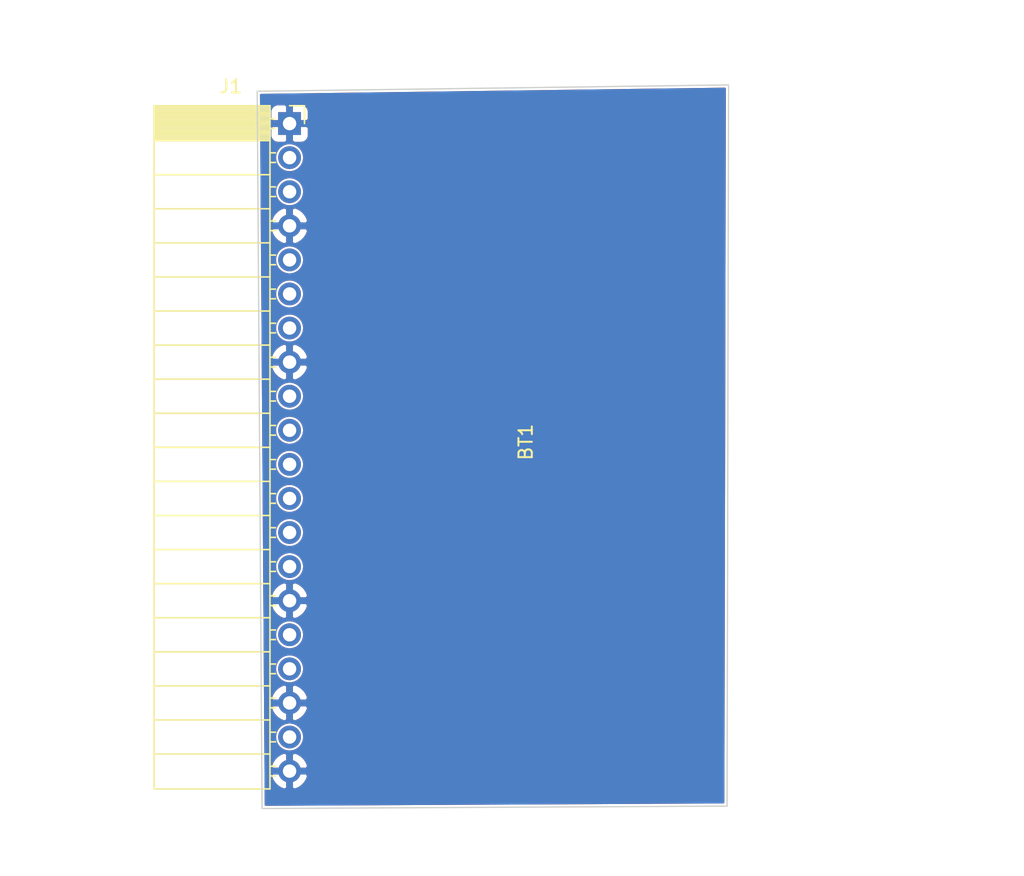
<source format=kicad_pcb>
(kicad_pcb (version 20171130) (host pcbnew 5.1.5+dfsg1-2+b1)

  (general
    (thickness 1.6)
    (drawings 4)
    (tracks 0)
    (zones 0)
    (modules 2)
    (nets 16)
  )

  (page A4)
  (layers
    (0 F.Cu signal)
    (31 B.Cu signal)
    (32 B.Adhes user)
    (33 F.Adhes user)
    (34 B.Paste user)
    (35 F.Paste user)
    (36 B.SilkS user)
    (37 F.SilkS user)
    (38 B.Mask user)
    (39 F.Mask user)
    (40 Dwgs.User user)
    (41 Cmts.User user)
    (42 Eco1.User user)
    (43 Eco2.User user)
    (44 Edge.Cuts user)
    (45 Margin user)
    (46 B.CrtYd user)
    (47 F.CrtYd user)
    (48 B.Fab user)
    (49 F.Fab user)
  )

  (setup
    (last_trace_width 0.15)
    (trace_clearance 0.15)
    (zone_clearance 0.508)
    (zone_45_only no)
    (trace_min 0.15)
    (via_size 0.5)
    (via_drill 0.25)
    (via_min_size 0.5)
    (via_min_drill 0.25)
    (uvia_size 0.3)
    (uvia_drill 0.1)
    (uvias_allowed no)
    (uvia_min_size 0.2)
    (uvia_min_drill 0.1)
    (edge_width 0.05)
    (segment_width 0.2)
    (pcb_text_width 0.3)
    (pcb_text_size 1.5 1.5)
    (mod_edge_width 0.12)
    (mod_text_size 1 1)
    (mod_text_width 0.15)
    (pad_size 1.524 1.524)
    (pad_drill 0.762)
    (pad_to_mask_clearance 0)
    (aux_axis_origin 0 0)
    (visible_elements FFFFFF7F)
    (pcbplotparams
      (layerselection 0x010fc_ffffffff)
      (usegerberextensions false)
      (usegerberattributes false)
      (usegerberadvancedattributes false)
      (creategerberjobfile false)
      (excludeedgelayer true)
      (linewidth 0.100000)
      (plotframeref false)
      (viasonmask false)
      (mode 1)
      (useauxorigin false)
      (hpglpennumber 1)
      (hpglpenspeed 20)
      (hpglpendiameter 15.000000)
      (psnegative false)
      (psa4output false)
      (plotreference true)
      (plotvalue true)
      (plotinvisibletext false)
      (padsonsilk false)
      (subtractmaskfromsilk false)
      (outputformat 1)
      (mirror false)
      (drillshape 1)
      (scaleselection 1)
      (outputdirectory ""))
  )

  (net 0 "")
  (net 1 "Net-(BT1-Pad2)")
  (net 2 "Net-(BT1-Pad1)")
  (net 3 "Net-(J1-Pad17)")
  (net 4 "Net-(J1-Pad16)")
  (net 5 "Net-(J1-Pad14)")
  (net 6 "Net-(J1-Pad13)")
  (net 7 "Net-(J1-Pad12)")
  (net 8 "Net-(J1-Pad11)")
  (net 9 "Net-(J1-Pad10)")
  (net 10 "Net-(J1-Pad9)")
  (net 11 "Net-(J1-Pad7)")
  (net 12 "Net-(J1-Pad6)")
  (net 13 "Net-(J1-Pad5)")
  (net 14 "Net-(J1-Pad3)")
  (net 15 "Net-(J1-Pad2)")

  (net_class Default "This is the default net class."
    (clearance 0.15)
    (trace_width 0.15)
    (via_dia 0.5)
    (via_drill 0.25)
    (uvia_dia 0.3)
    (uvia_drill 0.1)
    (add_net "Net-(BT1-Pad1)")
    (add_net "Net-(BT1-Pad2)")
    (add_net "Net-(J1-Pad10)")
    (add_net "Net-(J1-Pad11)")
    (add_net "Net-(J1-Pad12)")
    (add_net "Net-(J1-Pad13)")
    (add_net "Net-(J1-Pad14)")
    (add_net "Net-(J1-Pad16)")
    (add_net "Net-(J1-Pad17)")
    (add_net "Net-(J1-Pad2)")
    (add_net "Net-(J1-Pad3)")
    (add_net "Net-(J1-Pad5)")
    (add_net "Net-(J1-Pad6)")
    (add_net "Net-(J1-Pad7)")
    (add_net "Net-(J1-Pad9)")
  )

  (module kifootp:CR2032 (layer F.Cu) (tedit 5DCC7DE7) (tstamp 5EA7BA9C)
    (at 151.59 86.43 90)
    (path /5EA7607B)
    (fp_text reference BT1 (at 0 0.5 90) (layer F.SilkS)
      (effects (font (size 1 1) (thickness 0.15)))
    )
    (fp_text value Battery_Cell (at 0 -0.5 90) (layer F.Fab)
      (effects (font (size 1 1) (thickness 0.15)))
    )
    (pad 1 smd rect (at -11.45 0 90) (size 2.5 5) (layers F.Cu F.Paste F.Mask)
      (net 2 "Net-(BT1-Pad1)"))
    (pad 1 smd rect (at 11.45 0 90) (size 2.5 5) (layers F.Cu F.Paste F.Mask)
      (net 2 "Net-(BT1-Pad1)"))
    (pad 2 smd circle (at 0 0 90) (size 17.8 17.8) (layers F.Cu F.Paste F.Mask)
      (net 1 "Net-(BT1-Pad2)"))
  )

  (module Connector_PinSocket_2.54mm:PinSocket_1x20_P2.54mm_Horizontal (layer F.Cu) (tedit 5A19A41C) (tstamp 5EA7B396)
    (at 134.5 62.69)
    (descr "Through hole angled socket strip, 1x20, 2.54mm pitch, 8.51mm socket length, single row (from Kicad 4.0.7), script generated")
    (tags "Through hole angled socket strip THT 1x20 2.54mm single row")
    (path /5EA76675)
    (fp_text reference J1 (at -4.38 -2.77) (layer F.SilkS)
      (effects (font (size 1 1) (thickness 0.15)))
    )
    (fp_text value Conn_01x20_Male (at -4.38 51.03) (layer F.Fab)
      (effects (font (size 1 1) (thickness 0.15)))
    )
    (fp_text user %R (at -5.775 24.13 90) (layer F.Fab)
      (effects (font (size 1 1) (thickness 0.15)))
    )
    (fp_line (start 1.75 50.05) (end 1.75 -1.75) (layer F.CrtYd) (width 0.05))
    (fp_line (start -10.55 50.05) (end 1.75 50.05) (layer F.CrtYd) (width 0.05))
    (fp_line (start -10.55 -1.75) (end -10.55 50.05) (layer F.CrtYd) (width 0.05))
    (fp_line (start 1.75 -1.75) (end -10.55 -1.75) (layer F.CrtYd) (width 0.05))
    (fp_line (start 0 -1.33) (end 1.11 -1.33) (layer F.SilkS) (width 0.12))
    (fp_line (start 1.11 -1.33) (end 1.11 0) (layer F.SilkS) (width 0.12))
    (fp_line (start -10.09 -1.33) (end -10.09 49.59) (layer F.SilkS) (width 0.12))
    (fp_line (start -10.09 49.59) (end -1.46 49.59) (layer F.SilkS) (width 0.12))
    (fp_line (start -1.46 -1.33) (end -1.46 49.59) (layer F.SilkS) (width 0.12))
    (fp_line (start -10.09 -1.33) (end -1.46 -1.33) (layer F.SilkS) (width 0.12))
    (fp_line (start -10.09 46.99) (end -1.46 46.99) (layer F.SilkS) (width 0.12))
    (fp_line (start -10.09 44.45) (end -1.46 44.45) (layer F.SilkS) (width 0.12))
    (fp_line (start -10.09 41.91) (end -1.46 41.91) (layer F.SilkS) (width 0.12))
    (fp_line (start -10.09 39.37) (end -1.46 39.37) (layer F.SilkS) (width 0.12))
    (fp_line (start -10.09 36.83) (end -1.46 36.83) (layer F.SilkS) (width 0.12))
    (fp_line (start -10.09 34.29) (end -1.46 34.29) (layer F.SilkS) (width 0.12))
    (fp_line (start -10.09 31.75) (end -1.46 31.75) (layer F.SilkS) (width 0.12))
    (fp_line (start -10.09 29.21) (end -1.46 29.21) (layer F.SilkS) (width 0.12))
    (fp_line (start -10.09 26.67) (end -1.46 26.67) (layer F.SilkS) (width 0.12))
    (fp_line (start -10.09 24.13) (end -1.46 24.13) (layer F.SilkS) (width 0.12))
    (fp_line (start -10.09 21.59) (end -1.46 21.59) (layer F.SilkS) (width 0.12))
    (fp_line (start -10.09 19.05) (end -1.46 19.05) (layer F.SilkS) (width 0.12))
    (fp_line (start -10.09 16.51) (end -1.46 16.51) (layer F.SilkS) (width 0.12))
    (fp_line (start -10.09 13.97) (end -1.46 13.97) (layer F.SilkS) (width 0.12))
    (fp_line (start -10.09 11.43) (end -1.46 11.43) (layer F.SilkS) (width 0.12))
    (fp_line (start -10.09 8.89) (end -1.46 8.89) (layer F.SilkS) (width 0.12))
    (fp_line (start -10.09 6.35) (end -1.46 6.35) (layer F.SilkS) (width 0.12))
    (fp_line (start -10.09 3.81) (end -1.46 3.81) (layer F.SilkS) (width 0.12))
    (fp_line (start -10.09 1.27) (end -1.46 1.27) (layer F.SilkS) (width 0.12))
    (fp_line (start -1.46 48.62) (end -1.05 48.62) (layer F.SilkS) (width 0.12))
    (fp_line (start -1.46 47.9) (end -1.05 47.9) (layer F.SilkS) (width 0.12))
    (fp_line (start -1.46 46.08) (end -1.05 46.08) (layer F.SilkS) (width 0.12))
    (fp_line (start -1.46 45.36) (end -1.05 45.36) (layer F.SilkS) (width 0.12))
    (fp_line (start -1.46 43.54) (end -1.05 43.54) (layer F.SilkS) (width 0.12))
    (fp_line (start -1.46 42.82) (end -1.05 42.82) (layer F.SilkS) (width 0.12))
    (fp_line (start -1.46 41) (end -1.05 41) (layer F.SilkS) (width 0.12))
    (fp_line (start -1.46 40.28) (end -1.05 40.28) (layer F.SilkS) (width 0.12))
    (fp_line (start -1.46 38.46) (end -1.05 38.46) (layer F.SilkS) (width 0.12))
    (fp_line (start -1.46 37.74) (end -1.05 37.74) (layer F.SilkS) (width 0.12))
    (fp_line (start -1.46 35.92) (end -1.05 35.92) (layer F.SilkS) (width 0.12))
    (fp_line (start -1.46 35.2) (end -1.05 35.2) (layer F.SilkS) (width 0.12))
    (fp_line (start -1.46 33.38) (end -1.05 33.38) (layer F.SilkS) (width 0.12))
    (fp_line (start -1.46 32.66) (end -1.05 32.66) (layer F.SilkS) (width 0.12))
    (fp_line (start -1.46 30.84) (end -1.05 30.84) (layer F.SilkS) (width 0.12))
    (fp_line (start -1.46 30.12) (end -1.05 30.12) (layer F.SilkS) (width 0.12))
    (fp_line (start -1.46 28.3) (end -1.05 28.3) (layer F.SilkS) (width 0.12))
    (fp_line (start -1.46 27.58) (end -1.05 27.58) (layer F.SilkS) (width 0.12))
    (fp_line (start -1.46 25.76) (end -1.05 25.76) (layer F.SilkS) (width 0.12))
    (fp_line (start -1.46 25.04) (end -1.05 25.04) (layer F.SilkS) (width 0.12))
    (fp_line (start -1.46 23.22) (end -1.05 23.22) (layer F.SilkS) (width 0.12))
    (fp_line (start -1.46 22.5) (end -1.05 22.5) (layer F.SilkS) (width 0.12))
    (fp_line (start -1.46 20.68) (end -1.05 20.68) (layer F.SilkS) (width 0.12))
    (fp_line (start -1.46 19.96) (end -1.05 19.96) (layer F.SilkS) (width 0.12))
    (fp_line (start -1.46 18.14) (end -1.05 18.14) (layer F.SilkS) (width 0.12))
    (fp_line (start -1.46 17.42) (end -1.05 17.42) (layer F.SilkS) (width 0.12))
    (fp_line (start -1.46 15.6) (end -1.05 15.6) (layer F.SilkS) (width 0.12))
    (fp_line (start -1.46 14.88) (end -1.05 14.88) (layer F.SilkS) (width 0.12))
    (fp_line (start -1.46 13.06) (end -1.05 13.06) (layer F.SilkS) (width 0.12))
    (fp_line (start -1.46 12.34) (end -1.05 12.34) (layer F.SilkS) (width 0.12))
    (fp_line (start -1.46 10.52) (end -1.05 10.52) (layer F.SilkS) (width 0.12))
    (fp_line (start -1.46 9.8) (end -1.05 9.8) (layer F.SilkS) (width 0.12))
    (fp_line (start -1.46 7.98) (end -1.05 7.98) (layer F.SilkS) (width 0.12))
    (fp_line (start -1.46 7.26) (end -1.05 7.26) (layer F.SilkS) (width 0.12))
    (fp_line (start -1.46 5.44) (end -1.05 5.44) (layer F.SilkS) (width 0.12))
    (fp_line (start -1.46 4.72) (end -1.05 4.72) (layer F.SilkS) (width 0.12))
    (fp_line (start -1.46 2.9) (end -1.05 2.9) (layer F.SilkS) (width 0.12))
    (fp_line (start -1.46 2.18) (end -1.05 2.18) (layer F.SilkS) (width 0.12))
    (fp_line (start -1.46 0.36) (end -1.11 0.36) (layer F.SilkS) (width 0.12))
    (fp_line (start -1.46 -0.36) (end -1.11 -0.36) (layer F.SilkS) (width 0.12))
    (fp_line (start -10.09 1.1519) (end -1.46 1.1519) (layer F.SilkS) (width 0.12))
    (fp_line (start -10.09 1.033805) (end -1.46 1.033805) (layer F.SilkS) (width 0.12))
    (fp_line (start -10.09 0.91571) (end -1.46 0.91571) (layer F.SilkS) (width 0.12))
    (fp_line (start -10.09 0.797615) (end -1.46 0.797615) (layer F.SilkS) (width 0.12))
    (fp_line (start -10.09 0.67952) (end -1.46 0.67952) (layer F.SilkS) (width 0.12))
    (fp_line (start -10.09 0.561425) (end -1.46 0.561425) (layer F.SilkS) (width 0.12))
    (fp_line (start -10.09 0.44333) (end -1.46 0.44333) (layer F.SilkS) (width 0.12))
    (fp_line (start -10.09 0.325235) (end -1.46 0.325235) (layer F.SilkS) (width 0.12))
    (fp_line (start -10.09 0.20714) (end -1.46 0.20714) (layer F.SilkS) (width 0.12))
    (fp_line (start -10.09 0.089045) (end -1.46 0.089045) (layer F.SilkS) (width 0.12))
    (fp_line (start -10.09 -0.02905) (end -1.46 -0.02905) (layer F.SilkS) (width 0.12))
    (fp_line (start -10.09 -0.147145) (end -1.46 -0.147145) (layer F.SilkS) (width 0.12))
    (fp_line (start -10.09 -0.26524) (end -1.46 -0.26524) (layer F.SilkS) (width 0.12))
    (fp_line (start -10.09 -0.383335) (end -1.46 -0.383335) (layer F.SilkS) (width 0.12))
    (fp_line (start -10.09 -0.50143) (end -1.46 -0.50143) (layer F.SilkS) (width 0.12))
    (fp_line (start -10.09 -0.619525) (end -1.46 -0.619525) (layer F.SilkS) (width 0.12))
    (fp_line (start -10.09 -0.73762) (end -1.46 -0.73762) (layer F.SilkS) (width 0.12))
    (fp_line (start -10.09 -0.855715) (end -1.46 -0.855715) (layer F.SilkS) (width 0.12))
    (fp_line (start -10.09 -0.97381) (end -1.46 -0.97381) (layer F.SilkS) (width 0.12))
    (fp_line (start -10.09 -1.091905) (end -1.46 -1.091905) (layer F.SilkS) (width 0.12))
    (fp_line (start -10.09 -1.21) (end -1.46 -1.21) (layer F.SilkS) (width 0.12))
    (fp_line (start 0 48.56) (end 0 47.96) (layer F.Fab) (width 0.1))
    (fp_line (start -1.52 48.56) (end 0 48.56) (layer F.Fab) (width 0.1))
    (fp_line (start 0 47.96) (end -1.52 47.96) (layer F.Fab) (width 0.1))
    (fp_line (start 0 46.02) (end 0 45.42) (layer F.Fab) (width 0.1))
    (fp_line (start -1.52 46.02) (end 0 46.02) (layer F.Fab) (width 0.1))
    (fp_line (start 0 45.42) (end -1.52 45.42) (layer F.Fab) (width 0.1))
    (fp_line (start 0 43.48) (end 0 42.88) (layer F.Fab) (width 0.1))
    (fp_line (start -1.52 43.48) (end 0 43.48) (layer F.Fab) (width 0.1))
    (fp_line (start 0 42.88) (end -1.52 42.88) (layer F.Fab) (width 0.1))
    (fp_line (start 0 40.94) (end 0 40.34) (layer F.Fab) (width 0.1))
    (fp_line (start -1.52 40.94) (end 0 40.94) (layer F.Fab) (width 0.1))
    (fp_line (start 0 40.34) (end -1.52 40.34) (layer F.Fab) (width 0.1))
    (fp_line (start 0 38.4) (end 0 37.8) (layer F.Fab) (width 0.1))
    (fp_line (start -1.52 38.4) (end 0 38.4) (layer F.Fab) (width 0.1))
    (fp_line (start 0 37.8) (end -1.52 37.8) (layer F.Fab) (width 0.1))
    (fp_line (start 0 35.86) (end 0 35.26) (layer F.Fab) (width 0.1))
    (fp_line (start -1.52 35.86) (end 0 35.86) (layer F.Fab) (width 0.1))
    (fp_line (start 0 35.26) (end -1.52 35.26) (layer F.Fab) (width 0.1))
    (fp_line (start 0 33.32) (end 0 32.72) (layer F.Fab) (width 0.1))
    (fp_line (start -1.52 33.32) (end 0 33.32) (layer F.Fab) (width 0.1))
    (fp_line (start 0 32.72) (end -1.52 32.72) (layer F.Fab) (width 0.1))
    (fp_line (start 0 30.78) (end 0 30.18) (layer F.Fab) (width 0.1))
    (fp_line (start -1.52 30.78) (end 0 30.78) (layer F.Fab) (width 0.1))
    (fp_line (start 0 30.18) (end -1.52 30.18) (layer F.Fab) (width 0.1))
    (fp_line (start 0 28.24) (end 0 27.64) (layer F.Fab) (width 0.1))
    (fp_line (start -1.52 28.24) (end 0 28.24) (layer F.Fab) (width 0.1))
    (fp_line (start 0 27.64) (end -1.52 27.64) (layer F.Fab) (width 0.1))
    (fp_line (start 0 25.7) (end 0 25.1) (layer F.Fab) (width 0.1))
    (fp_line (start -1.52 25.7) (end 0 25.7) (layer F.Fab) (width 0.1))
    (fp_line (start 0 25.1) (end -1.52 25.1) (layer F.Fab) (width 0.1))
    (fp_line (start 0 23.16) (end 0 22.56) (layer F.Fab) (width 0.1))
    (fp_line (start -1.52 23.16) (end 0 23.16) (layer F.Fab) (width 0.1))
    (fp_line (start 0 22.56) (end -1.52 22.56) (layer F.Fab) (width 0.1))
    (fp_line (start 0 20.62) (end 0 20.02) (layer F.Fab) (width 0.1))
    (fp_line (start -1.52 20.62) (end 0 20.62) (layer F.Fab) (width 0.1))
    (fp_line (start 0 20.02) (end -1.52 20.02) (layer F.Fab) (width 0.1))
    (fp_line (start 0 18.08) (end 0 17.48) (layer F.Fab) (width 0.1))
    (fp_line (start -1.52 18.08) (end 0 18.08) (layer F.Fab) (width 0.1))
    (fp_line (start 0 17.48) (end -1.52 17.48) (layer F.Fab) (width 0.1))
    (fp_line (start 0 15.54) (end 0 14.94) (layer F.Fab) (width 0.1))
    (fp_line (start -1.52 15.54) (end 0 15.54) (layer F.Fab) (width 0.1))
    (fp_line (start 0 14.94) (end -1.52 14.94) (layer F.Fab) (width 0.1))
    (fp_line (start 0 13) (end 0 12.4) (layer F.Fab) (width 0.1))
    (fp_line (start -1.52 13) (end 0 13) (layer F.Fab) (width 0.1))
    (fp_line (start 0 12.4) (end -1.52 12.4) (layer F.Fab) (width 0.1))
    (fp_line (start 0 10.46) (end 0 9.86) (layer F.Fab) (width 0.1))
    (fp_line (start -1.52 10.46) (end 0 10.46) (layer F.Fab) (width 0.1))
    (fp_line (start 0 9.86) (end -1.52 9.86) (layer F.Fab) (width 0.1))
    (fp_line (start 0 7.92) (end 0 7.32) (layer F.Fab) (width 0.1))
    (fp_line (start -1.52 7.92) (end 0 7.92) (layer F.Fab) (width 0.1))
    (fp_line (start 0 7.32) (end -1.52 7.32) (layer F.Fab) (width 0.1))
    (fp_line (start 0 5.38) (end 0 4.78) (layer F.Fab) (width 0.1))
    (fp_line (start -1.52 5.38) (end 0 5.38) (layer F.Fab) (width 0.1))
    (fp_line (start 0 4.78) (end -1.52 4.78) (layer F.Fab) (width 0.1))
    (fp_line (start 0 2.84) (end 0 2.24) (layer F.Fab) (width 0.1))
    (fp_line (start -1.52 2.84) (end 0 2.84) (layer F.Fab) (width 0.1))
    (fp_line (start 0 2.24) (end -1.52 2.24) (layer F.Fab) (width 0.1))
    (fp_line (start 0 0.3) (end 0 -0.3) (layer F.Fab) (width 0.1))
    (fp_line (start -1.52 0.3) (end 0 0.3) (layer F.Fab) (width 0.1))
    (fp_line (start 0 -0.3) (end -1.52 -0.3) (layer F.Fab) (width 0.1))
    (fp_line (start -10.03 49.53) (end -10.03 -1.27) (layer F.Fab) (width 0.1))
    (fp_line (start -1.52 49.53) (end -10.03 49.53) (layer F.Fab) (width 0.1))
    (fp_line (start -1.52 -0.3) (end -1.52 49.53) (layer F.Fab) (width 0.1))
    (fp_line (start -2.49 -1.27) (end -1.52 -0.3) (layer F.Fab) (width 0.1))
    (fp_line (start -10.03 -1.27) (end -2.49 -1.27) (layer F.Fab) (width 0.1))
    (pad 20 thru_hole oval (at 0 48.26) (size 1.7 1.7) (drill 1) (layers *.Cu *.Mask)
      (net 1 "Net-(BT1-Pad2)"))
    (pad 19 thru_hole oval (at 0 45.72) (size 1.7 1.7) (drill 1) (layers *.Cu *.Mask)
      (net 2 "Net-(BT1-Pad1)"))
    (pad 18 thru_hole oval (at 0 43.18) (size 1.7 1.7) (drill 1) (layers *.Cu *.Mask)
      (net 1 "Net-(BT1-Pad2)"))
    (pad 17 thru_hole oval (at 0 40.64) (size 1.7 1.7) (drill 1) (layers *.Cu *.Mask)
      (net 3 "Net-(J1-Pad17)"))
    (pad 16 thru_hole oval (at 0 38.1) (size 1.7 1.7) (drill 1) (layers *.Cu *.Mask)
      (net 4 "Net-(J1-Pad16)"))
    (pad 15 thru_hole oval (at 0 35.56) (size 1.7 1.7) (drill 1) (layers *.Cu *.Mask)
      (net 1 "Net-(BT1-Pad2)"))
    (pad 14 thru_hole oval (at 0 33.02) (size 1.7 1.7) (drill 1) (layers *.Cu *.Mask)
      (net 5 "Net-(J1-Pad14)"))
    (pad 13 thru_hole oval (at 0 30.48) (size 1.7 1.7) (drill 1) (layers *.Cu *.Mask)
      (net 6 "Net-(J1-Pad13)"))
    (pad 12 thru_hole oval (at 0 27.94) (size 1.7 1.7) (drill 1) (layers *.Cu *.Mask)
      (net 7 "Net-(J1-Pad12)"))
    (pad 11 thru_hole oval (at 0 25.4) (size 1.7 1.7) (drill 1) (layers *.Cu *.Mask)
      (net 8 "Net-(J1-Pad11)"))
    (pad 10 thru_hole oval (at 0 22.86) (size 1.7 1.7) (drill 1) (layers *.Cu *.Mask)
      (net 9 "Net-(J1-Pad10)"))
    (pad 9 thru_hole oval (at 0 20.32) (size 1.7 1.7) (drill 1) (layers *.Cu *.Mask)
      (net 10 "Net-(J1-Pad9)"))
    (pad 8 thru_hole oval (at 0 17.78) (size 1.7 1.7) (drill 1) (layers *.Cu *.Mask)
      (net 1 "Net-(BT1-Pad2)"))
    (pad 7 thru_hole oval (at 0 15.24) (size 1.7 1.7) (drill 1) (layers *.Cu *.Mask)
      (net 11 "Net-(J1-Pad7)"))
    (pad 6 thru_hole oval (at 0 12.7) (size 1.7 1.7) (drill 1) (layers *.Cu *.Mask)
      (net 12 "Net-(J1-Pad6)"))
    (pad 5 thru_hole oval (at 0 10.16) (size 1.7 1.7) (drill 1) (layers *.Cu *.Mask)
      (net 13 "Net-(J1-Pad5)"))
    (pad 4 thru_hole oval (at 0 7.62) (size 1.7 1.7) (drill 1) (layers *.Cu *.Mask)
      (net 1 "Net-(BT1-Pad2)"))
    (pad 3 thru_hole oval (at 0 5.08) (size 1.7 1.7) (drill 1) (layers *.Cu *.Mask)
      (net 14 "Net-(J1-Pad3)"))
    (pad 2 thru_hole oval (at 0 2.54) (size 1.7 1.7) (drill 1) (layers *.Cu *.Mask)
      (net 15 "Net-(J1-Pad2)"))
    (pad 1 thru_hole rect (at 0 0) (size 1.7 1.7) (drill 1) (layers *.Cu *.Mask)
      (net 1 "Net-(BT1-Pad2)"))
    (model ${KISYS3DMOD}/Connector_PinSocket_2.54mm.3dshapes/PinSocket_1x20_P2.54mm_Horizontal.wrl
      (at (xyz 0 0 0))
      (scale (xyz 1 1 1))
      (rotate (xyz 0 0 0))
    )
  )

  (gr_line (start 167.2 59.81) (end 167.09 113.56) (layer Edge.Cuts) (width 0.1))
  (gr_line (start 132.09 60.28) (end 167.2 59.81) (layer Edge.Cuts) (width 0.1))
  (gr_line (start 132.45 113.74) (end 132.09 60.28) (layer Edge.Cuts) (width 0.1))
  (gr_line (start 167.09 113.56) (end 132.45 113.74) (layer Edge.Cuts) (width 0.1))

  (zone (net 1) (net_name "Net-(BT1-Pad2)") (layer F.Cu) (tstamp 0) (hatch edge 0.508)
    (connect_pads (clearance 0.15))
    (min_thickness 0.15)
    (fill yes (arc_segments 32) (thermal_gap 0.508) (thermal_bridge_width 0.508))
    (polygon
      (pts
        (xy 173.82 115) (xy 118.77 115.32) (xy 119.09 57.46) (xy 174.14 56.92)
      )
    )
    (filled_polygon
      (pts
        (xy 166.815559 113.286423) (xy 132.723144 113.463577) (xy 132.708906 111.349211) (xy 133.12373 111.349211) (xy 133.133877 111.382685)
        (xy 133.244539 111.640889) (xy 133.403448 111.872542) (xy 133.604497 112.068742) (xy 133.83996 112.22195) (xy 134.100788 112.326277)
        (xy 134.321 112.226033) (xy 134.321 111.129) (xy 134.679 111.129) (xy 134.679 112.226033) (xy 134.899212 112.326277)
        (xy 135.16004 112.22195) (xy 135.395503 112.068742) (xy 135.596552 111.872542) (xy 135.755461 111.640889) (xy 135.866123 111.382685)
        (xy 135.87627 111.349211) (xy 135.774744 111.129) (xy 134.679 111.129) (xy 134.321 111.129) (xy 133.225256 111.129)
        (xy 133.12373 111.349211) (xy 132.708906 111.349211) (xy 132.70353 110.550789) (xy 133.12373 110.550789) (xy 133.225256 110.771)
        (xy 134.321 110.771) (xy 134.321 109.673967) (xy 134.679 109.673967) (xy 134.679 110.771) (xy 135.774744 110.771)
        (xy 135.87627 110.550789) (xy 135.866123 110.517315) (xy 135.755461 110.259111) (xy 135.596552 110.027458) (xy 135.395503 109.831258)
        (xy 135.16004 109.67805) (xy 134.899212 109.573723) (xy 134.679 109.673967) (xy 134.321 109.673967) (xy 134.100788 109.573723)
        (xy 133.83996 109.67805) (xy 133.604497 109.831258) (xy 133.403448 110.027458) (xy 133.244539 110.259111) (xy 133.133877 110.517315)
        (xy 133.12373 110.550789) (xy 132.70353 110.550789) (xy 132.688402 108.304122) (xy 133.425 108.304122) (xy 133.425 108.515878)
        (xy 133.466312 108.723566) (xy 133.547348 108.919203) (xy 133.664993 109.095272) (xy 133.814728 109.245007) (xy 133.990797 109.362652)
        (xy 134.186434 109.443688) (xy 134.394122 109.485) (xy 134.605878 109.485) (xy 134.813566 109.443688) (xy 135.009203 109.362652)
        (xy 135.185272 109.245007) (xy 135.335007 109.095272) (xy 135.452652 108.919203) (xy 135.533688 108.723566) (xy 135.575 108.515878)
        (xy 135.575 108.304122) (xy 135.533688 108.096434) (xy 135.452652 107.900797) (xy 135.335007 107.724728) (xy 135.185272 107.574993)
        (xy 135.009203 107.457348) (xy 134.813566 107.376312) (xy 134.605878 107.335) (xy 134.394122 107.335) (xy 134.186434 107.376312)
        (xy 133.990797 107.457348) (xy 133.814728 107.574993) (xy 133.664993 107.724728) (xy 133.547348 107.900797) (xy 133.466312 108.096434)
        (xy 133.425 108.304122) (xy 132.688402 108.304122) (xy 132.674698 106.269211) (xy 133.12373 106.269211) (xy 133.133877 106.302685)
        (xy 133.244539 106.560889) (xy 133.403448 106.792542) (xy 133.604497 106.988742) (xy 133.83996 107.14195) (xy 134.100788 107.246277)
        (xy 134.321 107.146033) (xy 134.321 106.049) (xy 134.679 106.049) (xy 134.679 107.146033) (xy 134.899212 107.246277)
        (xy 135.16004 107.14195) (xy 135.395503 106.988742) (xy 135.596552 106.792542) (xy 135.755461 106.560889) (xy 135.866123 106.302685)
        (xy 135.87627 106.269211) (xy 135.774744 106.049) (xy 134.679 106.049) (xy 134.321 106.049) (xy 133.225256 106.049)
        (xy 133.12373 106.269211) (xy 132.674698 106.269211) (xy 132.669322 105.470789) (xy 133.12373 105.470789) (xy 133.225256 105.691)
        (xy 134.321 105.691) (xy 134.321 104.593967) (xy 134.679 104.593967) (xy 134.679 105.691) (xy 135.774744 105.691)
        (xy 135.87627 105.470789) (xy 135.866123 105.437315) (xy 135.755461 105.179111) (xy 135.596552 104.947458) (xy 135.395503 104.751258)
        (xy 135.16004 104.59805) (xy 134.899212 104.493723) (xy 134.679 104.593967) (xy 134.321 104.593967) (xy 134.100788 104.493723)
        (xy 133.83996 104.59805) (xy 133.604497 104.751258) (xy 133.403448 104.947458) (xy 133.244539 105.179111) (xy 133.133877 105.437315)
        (xy 133.12373 105.470789) (xy 132.669322 105.470789) (xy 132.654194 103.224122) (xy 133.425 103.224122) (xy 133.425 103.435878)
        (xy 133.466312 103.643566) (xy 133.547348 103.839203) (xy 133.664993 104.015272) (xy 133.814728 104.165007) (xy 133.990797 104.282652)
        (xy 134.186434 104.363688) (xy 134.394122 104.405) (xy 134.605878 104.405) (xy 134.813566 104.363688) (xy 135.009203 104.282652)
        (xy 135.185272 104.165007) (xy 135.335007 104.015272) (xy 135.452652 103.839203) (xy 135.533688 103.643566) (xy 135.575 103.435878)
        (xy 135.575 103.224122) (xy 135.533688 103.016434) (xy 135.452652 102.820797) (xy 135.335007 102.644728) (xy 135.185272 102.494993)
        (xy 135.009203 102.377348) (xy 134.813566 102.296312) (xy 134.605878 102.255) (xy 134.394122 102.255) (xy 134.186434 102.296312)
        (xy 133.990797 102.377348) (xy 133.814728 102.494993) (xy 133.664993 102.644728) (xy 133.547348 102.820797) (xy 133.466312 103.016434)
        (xy 133.425 103.224122) (xy 132.654194 103.224122) (xy 132.63709 100.684122) (xy 133.425 100.684122) (xy 133.425 100.895878)
        (xy 133.466312 101.103566) (xy 133.547348 101.299203) (xy 133.664993 101.475272) (xy 133.814728 101.625007) (xy 133.990797 101.742652)
        (xy 134.186434 101.823688) (xy 134.394122 101.865) (xy 134.605878 101.865) (xy 134.813566 101.823688) (xy 135.009203 101.742652)
        (xy 135.185272 101.625007) (xy 135.335007 101.475272) (xy 135.452652 101.299203) (xy 135.533688 101.103566) (xy 135.575 100.895878)
        (xy 135.575 100.684122) (xy 135.533688 100.476434) (xy 135.452652 100.280797) (xy 135.335007 100.104728) (xy 135.185272 99.954993)
        (xy 135.009203 99.837348) (xy 134.813566 99.756312) (xy 134.605878 99.715) (xy 134.394122 99.715) (xy 134.186434 99.756312)
        (xy 133.990797 99.837348) (xy 133.814728 99.954993) (xy 133.664993 100.104728) (xy 133.547348 100.280797) (xy 133.466312 100.476434)
        (xy 133.425 100.684122) (xy 132.63709 100.684122) (xy 132.623386 98.649211) (xy 133.12373 98.649211) (xy 133.133877 98.682685)
        (xy 133.244539 98.940889) (xy 133.403448 99.172542) (xy 133.604497 99.368742) (xy 133.83996 99.52195) (xy 134.100788 99.626277)
        (xy 134.321 99.526033) (xy 134.321 98.429) (xy 134.679 98.429) (xy 134.679 99.526033) (xy 134.899212 99.626277)
        (xy 135.16004 99.52195) (xy 135.395503 99.368742) (xy 135.596552 99.172542) (xy 135.755461 98.940889) (xy 135.866123 98.682685)
        (xy 135.87627 98.649211) (xy 135.774744 98.429) (xy 134.679 98.429) (xy 134.321 98.429) (xy 133.225256 98.429)
        (xy 133.12373 98.649211) (xy 132.623386 98.649211) (xy 132.61801 97.850789) (xy 133.12373 97.850789) (xy 133.225256 98.071)
        (xy 134.321 98.071) (xy 134.321 96.973967) (xy 134.679 96.973967) (xy 134.679 98.071) (xy 135.774744 98.071)
        (xy 135.87627 97.850789) (xy 135.866123 97.817315) (xy 135.755461 97.559111) (xy 135.596552 97.327458) (xy 135.395503 97.131258)
        (xy 135.16004 96.97805) (xy 134.899212 96.873723) (xy 134.679 96.973967) (xy 134.321 96.973967) (xy 134.100788 96.873723)
        (xy 133.83996 96.97805) (xy 133.604497 97.131258) (xy 133.403448 97.327458) (xy 133.244539 97.559111) (xy 133.133877 97.817315)
        (xy 133.12373 97.850789) (xy 132.61801 97.850789) (xy 132.602881 95.604122) (xy 133.425 95.604122) (xy 133.425 95.815878)
        (xy 133.466312 96.023566) (xy 133.547348 96.219203) (xy 133.664993 96.395272) (xy 133.814728 96.545007) (xy 133.990797 96.662652)
        (xy 134.186434 96.743688) (xy 134.394122 96.785) (xy 134.605878 96.785) (xy 134.813566 96.743688) (xy 135.009203 96.662652)
        (xy 135.05807 96.63) (xy 148.863912 96.63) (xy 148.863912 99.13) (xy 148.868256 99.174108) (xy 148.881122 99.21652)
        (xy 148.902015 99.255608) (xy 148.930132 99.289868) (xy 148.964392 99.317985) (xy 149.00348 99.338878) (xy 149.045892 99.351744)
        (xy 149.09 99.356088) (xy 154.09 99.356088) (xy 154.134108 99.351744) (xy 154.17652 99.338878) (xy 154.215608 99.317985)
        (xy 154.249868 99.289868) (xy 154.277985 99.255608) (xy 154.298878 99.21652) (xy 154.311744 99.174108) (xy 154.316088 99.13)
        (xy 154.316088 96.63) (xy 154.311744 96.585892) (xy 154.298878 96.54348) (xy 154.277985 96.504392) (xy 154.249868 96.470132)
        (xy 154.215608 96.442015) (xy 154.17652 96.421122) (xy 154.134108 96.408256) (xy 154.09 96.403912) (xy 149.09 96.403912)
        (xy 149.045892 96.408256) (xy 149.00348 96.421122) (xy 148.964392 96.442015) (xy 148.930132 96.470132) (xy 148.902015 96.504392)
        (xy 148.881122 96.54348) (xy 148.868256 96.585892) (xy 148.863912 96.63) (xy 135.05807 96.63) (xy 135.185272 96.545007)
        (xy 135.335007 96.395272) (xy 135.452652 96.219203) (xy 135.533688 96.023566) (xy 135.575 95.815878) (xy 135.575 95.604122)
        (xy 135.533688 95.396434) (xy 135.452652 95.200797) (xy 135.335007 95.024728) (xy 135.185272 94.874993) (xy 135.009203 94.757348)
        (xy 134.813566 94.676312) (xy 134.605878 94.635) (xy 134.394122 94.635) (xy 134.186434 94.676312) (xy 133.990797 94.757348)
        (xy 133.814728 94.874993) (xy 133.664993 95.024728) (xy 133.547348 95.200797) (xy 133.466312 95.396434) (xy 133.425 95.604122)
        (xy 132.602881 95.604122) (xy 132.585777 93.064122) (xy 133.425 93.064122) (xy 133.425 93.275878) (xy 133.466312 93.483566)
        (xy 133.547348 93.679203) (xy 133.664993 93.855272) (xy 133.814728 94.005007) (xy 133.990797 94.122652) (xy 134.186434 94.203688)
        (xy 134.394122 94.245) (xy 134.605878 94.245) (xy 134.813566 94.203688) (xy 135.009203 94.122652) (xy 135.185272 94.005007)
        (xy 135.335007 93.855272) (xy 135.452652 93.679203) (xy 135.533688 93.483566) (xy 135.575 93.275878) (xy 135.575 93.190242)
        (xy 145.082902 93.190242) (xy 146.134864 94.242883) (xy 147.763901 95.157005) (xy 149.539973 95.735753) (xy 151.394827 95.956886)
        (xy 153.25718 95.811906) (xy 155.055465 95.306384) (xy 156.720574 94.459748) (xy 157.045136 94.242883) (xy 158.097098 93.190242)
        (xy 151.59 86.683144) (xy 145.082902 93.190242) (xy 135.575 93.190242) (xy 135.575 93.064122) (xy 135.533688 92.856434)
        (xy 135.452652 92.660797) (xy 135.335007 92.484728) (xy 135.185272 92.334993) (xy 135.009203 92.217348) (xy 134.813566 92.136312)
        (xy 134.605878 92.095) (xy 134.394122 92.095) (xy 134.186434 92.136312) (xy 133.990797 92.217348) (xy 133.814728 92.334993)
        (xy 133.664993 92.484728) (xy 133.547348 92.660797) (xy 133.466312 92.856434) (xy 133.425 93.064122) (xy 132.585777 93.064122)
        (xy 132.568673 90.524122) (xy 133.425 90.524122) (xy 133.425 90.735878) (xy 133.466312 90.943566) (xy 133.547348 91.139203)
        (xy 133.664993 91.315272) (xy 133.814728 91.465007) (xy 133.990797 91.582652) (xy 134.186434 91.663688) (xy 134.394122 91.705)
        (xy 134.605878 91.705) (xy 134.813566 91.663688) (xy 135.009203 91.582652) (xy 135.185272 91.465007) (xy 135.335007 91.315272)
        (xy 135.452652 91.139203) (xy 135.533688 90.943566) (xy 135.575 90.735878) (xy 135.575 90.524122) (xy 135.533688 90.316434)
        (xy 135.452652 90.120797) (xy 135.335007 89.944728) (xy 135.185272 89.794993) (xy 135.009203 89.677348) (xy 134.813566 89.596312)
        (xy 134.605878 89.555) (xy 134.394122 89.555) (xy 134.186434 89.596312) (xy 133.990797 89.677348) (xy 133.814728 89.794993)
        (xy 133.664993 89.944728) (xy 133.547348 90.120797) (xy 133.466312 90.316434) (xy 133.425 90.524122) (xy 132.568673 90.524122)
        (xy 132.551569 87.984122) (xy 133.425 87.984122) (xy 133.425 88.195878) (xy 133.466312 88.403566) (xy 133.547348 88.599203)
        (xy 133.664993 88.775272) (xy 133.814728 88.925007) (xy 133.990797 89.042652) (xy 134.186434 89.123688) (xy 134.394122 89.165)
        (xy 134.605878 89.165) (xy 134.813566 89.123688) (xy 135.009203 89.042652) (xy 135.185272 88.925007) (xy 135.335007 88.775272)
        (xy 135.452652 88.599203) (xy 135.533688 88.403566) (xy 135.575 88.195878) (xy 135.575 87.984122) (xy 135.533688 87.776434)
        (xy 135.452652 87.580797) (xy 135.335007 87.404728) (xy 135.185272 87.254993) (xy 135.009203 87.137348) (xy 134.813566 87.056312)
        (xy 134.605878 87.015) (xy 134.394122 87.015) (xy 134.186434 87.056312) (xy 133.990797 87.137348) (xy 133.814728 87.254993)
        (xy 133.664993 87.404728) (xy 133.547348 87.580797) (xy 133.466312 87.776434) (xy 133.425 87.984122) (xy 132.551569 87.984122)
        (xy 132.534464 85.444122) (xy 133.425 85.444122) (xy 133.425 85.655878) (xy 133.466312 85.863566) (xy 133.547348 86.059203)
        (xy 133.664993 86.235272) (xy 133.814728 86.385007) (xy 133.990797 86.502652) (xy 134.186434 86.583688) (xy 134.394122 86.625)
        (xy 134.605878 86.625) (xy 134.813566 86.583688) (xy 135.009203 86.502652) (xy 135.185272 86.385007) (xy 135.335007 86.235272)
        (xy 135.335304 86.234827) (xy 142.063114 86.234827) (xy 142.208094 88.09718) (xy 142.713616 89.895465) (xy 143.560252 91.560574)
        (xy 143.777117 91.885136) (xy 144.829758 92.937098) (xy 151.336856 86.43) (xy 151.843144 86.43) (xy 158.350242 92.937098)
        (xy 159.402883 91.885136) (xy 160.317005 90.256099) (xy 160.895753 88.480027) (xy 161.116886 86.625173) (xy 160.971906 84.76282)
        (xy 160.466384 82.964535) (xy 159.619748 81.299426) (xy 159.402883 80.974864) (xy 158.350242 79.922902) (xy 151.843144 86.43)
        (xy 151.336856 86.43) (xy 144.829758 79.922902) (xy 143.777117 80.974864) (xy 142.862995 82.603901) (xy 142.284247 84.379973)
        (xy 142.063114 86.234827) (xy 135.335304 86.234827) (xy 135.452652 86.059203) (xy 135.533688 85.863566) (xy 135.575 85.655878)
        (xy 135.575 85.444122) (xy 135.533688 85.236434) (xy 135.452652 85.040797) (xy 135.335007 84.864728) (xy 135.185272 84.714993)
        (xy 135.009203 84.597348) (xy 134.813566 84.516312) (xy 134.605878 84.475) (xy 134.394122 84.475) (xy 134.186434 84.516312)
        (xy 133.990797 84.597348) (xy 133.814728 84.714993) (xy 133.664993 84.864728) (xy 133.547348 85.040797) (xy 133.466312 85.236434)
        (xy 133.425 85.444122) (xy 132.534464 85.444122) (xy 132.517359 82.904122) (xy 133.425 82.904122) (xy 133.425 83.115878)
        (xy 133.466312 83.323566) (xy 133.547348 83.519203) (xy 133.664993 83.695272) (xy 133.814728 83.845007) (xy 133.990797 83.962652)
        (xy 134.186434 84.043688) (xy 134.394122 84.085) (xy 134.605878 84.085) (xy 134.813566 84.043688) (xy 135.009203 83.962652)
        (xy 135.185272 83.845007) (xy 135.335007 83.695272) (xy 135.452652 83.519203) (xy 135.533688 83.323566) (xy 135.575 83.115878)
        (xy 135.575 82.904122) (xy 135.533688 82.696434) (xy 135.452652 82.500797) (xy 135.335007 82.324728) (xy 135.185272 82.174993)
        (xy 135.009203 82.057348) (xy 134.813566 81.976312) (xy 134.605878 81.935) (xy 134.394122 81.935) (xy 134.186434 81.976312)
        (xy 133.990797 82.057348) (xy 133.814728 82.174993) (xy 133.664993 82.324728) (xy 133.547348 82.500797) (xy 133.466312 82.696434)
        (xy 133.425 82.904122) (xy 132.517359 82.904122) (xy 132.503655 80.869211) (xy 133.12373 80.869211) (xy 133.133877 80.902685)
        (xy 133.244539 81.160889) (xy 133.403448 81.392542) (xy 133.604497 81.588742) (xy 133.83996 81.74195) (xy 134.100788 81.846277)
        (xy 134.321 81.746033) (xy 134.321 80.649) (xy 134.679 80.649) (xy 134.679 81.746033) (xy 134.899212 81.846277)
        (xy 135.16004 81.74195) (xy 135.395503 81.588742) (xy 135.596552 81.392542) (xy 135.755461 81.160889) (xy 135.866123 80.902685)
        (xy 135.87627 80.869211) (xy 135.774744 80.649) (xy 134.679 80.649) (xy 134.321 80.649) (xy 133.225256 80.649)
        (xy 133.12373 80.869211) (xy 132.503655 80.869211) (xy 132.498279 80.070789) (xy 133.12373 80.070789) (xy 133.225256 80.291)
        (xy 134.321 80.291) (xy 134.321 79.193967) (xy 134.679 79.193967) (xy 134.679 80.291) (xy 135.774744 80.291)
        (xy 135.87627 80.070789) (xy 135.866123 80.037315) (xy 135.755461 79.779111) (xy 135.680448 79.669758) (xy 145.082902 79.669758)
        (xy 151.59 86.176856) (xy 158.097098 79.669758) (xy 157.045136 78.617117) (xy 155.416099 77.702995) (xy 153.640027 77.124247)
        (xy 151.785173 76.903114) (xy 149.92282 77.048094) (xy 148.124535 77.553616) (xy 146.459426 78.400252) (xy 146.134864 78.617117)
        (xy 145.082902 79.669758) (xy 135.680448 79.669758) (xy 135.596552 79.547458) (xy 135.395503 79.351258) (xy 135.16004 79.19805)
        (xy 134.899212 79.093723) (xy 134.679 79.193967) (xy 134.321 79.193967) (xy 134.100788 79.093723) (xy 133.83996 79.19805)
        (xy 133.604497 79.351258) (xy 133.403448 79.547458) (xy 133.244539 79.779111) (xy 133.133877 80.037315) (xy 133.12373 80.070789)
        (xy 132.498279 80.070789) (xy 132.48315 77.824122) (xy 133.425 77.824122) (xy 133.425 78.035878) (xy 133.466312 78.243566)
        (xy 133.547348 78.439203) (xy 133.664993 78.615272) (xy 133.814728 78.765007) (xy 133.990797 78.882652) (xy 134.186434 78.963688)
        (xy 134.394122 79.005) (xy 134.605878 79.005) (xy 134.813566 78.963688) (xy 135.009203 78.882652) (xy 135.185272 78.765007)
        (xy 135.335007 78.615272) (xy 135.452652 78.439203) (xy 135.533688 78.243566) (xy 135.575 78.035878) (xy 135.575 77.824122)
        (xy 135.533688 77.616434) (xy 135.452652 77.420797) (xy 135.335007 77.244728) (xy 135.185272 77.094993) (xy 135.009203 76.977348)
        (xy 134.813566 76.896312) (xy 134.605878 76.855) (xy 134.394122 76.855) (xy 134.186434 76.896312) (xy 133.990797 76.977348)
        (xy 133.814728 77.094993) (xy 133.664993 77.244728) (xy 133.547348 77.420797) (xy 133.466312 77.616434) (xy 133.425 77.824122)
        (xy 132.48315 77.824122) (xy 132.466046 75.284122) (xy 133.425 75.284122) (xy 133.425 75.495878) (xy 133.466312 75.703566)
        (xy 133.547348 75.899203) (xy 133.664993 76.075272) (xy 133.814728 76.225007) (xy 133.990797 76.342652) (xy 134.186434 76.423688)
        (xy 134.394122 76.465) (xy 134.605878 76.465) (xy 134.813566 76.423688) (xy 135.009203 76.342652) (xy 135.185272 76.225007)
        (xy 135.335007 76.075272) (xy 135.452652 75.899203) (xy 135.533688 75.703566) (xy 135.575 75.495878) (xy 135.575 75.284122)
        (xy 135.533688 75.076434) (xy 135.452652 74.880797) (xy 135.335007 74.704728) (xy 135.185272 74.554993) (xy 135.009203 74.437348)
        (xy 134.813566 74.356312) (xy 134.605878 74.315) (xy 134.394122 74.315) (xy 134.186434 74.356312) (xy 133.990797 74.437348)
        (xy 133.814728 74.554993) (xy 133.664993 74.704728) (xy 133.547348 74.880797) (xy 133.466312 75.076434) (xy 133.425 75.284122)
        (xy 132.466046 75.284122) (xy 132.448941 72.744122) (xy 133.425 72.744122) (xy 133.425 72.955878) (xy 133.466312 73.163566)
        (xy 133.547348 73.359203) (xy 133.664993 73.535272) (xy 133.814728 73.685007) (xy 133.990797 73.802652) (xy 134.186434 73.883688)
        (xy 134.394122 73.925) (xy 134.605878 73.925) (xy 134.813566 73.883688) (xy 135.009203 73.802652) (xy 135.117934 73.73)
        (xy 148.863912 73.73) (xy 148.863912 76.23) (xy 148.868256 76.274108) (xy 148.881122 76.31652) (xy 148.902015 76.355608)
        (xy 148.930132 76.389868) (xy 148.964392 76.417985) (xy 149.00348 76.438878) (xy 149.045892 76.451744) (xy 149.09 76.456088)
        (xy 154.09 76.456088) (xy 154.134108 76.451744) (xy 154.17652 76.438878) (xy 154.215608 76.417985) (xy 154.249868 76.389868)
        (xy 154.277985 76.355608) (xy 154.298878 76.31652) (xy 154.311744 76.274108) (xy 154.316088 76.23) (xy 154.316088 73.73)
        (xy 154.311744 73.685892) (xy 154.298878 73.64348) (xy 154.277985 73.604392) (xy 154.249868 73.570132) (xy 154.215608 73.542015)
        (xy 154.17652 73.521122) (xy 154.134108 73.508256) (xy 154.09 73.503912) (xy 149.09 73.503912) (xy 149.045892 73.508256)
        (xy 149.00348 73.521122) (xy 148.964392 73.542015) (xy 148.930132 73.570132) (xy 148.902015 73.604392) (xy 148.881122 73.64348)
        (xy 148.868256 73.685892) (xy 148.863912 73.73) (xy 135.117934 73.73) (xy 135.185272 73.685007) (xy 135.335007 73.535272)
        (xy 135.452652 73.359203) (xy 135.533688 73.163566) (xy 135.575 72.955878) (xy 135.575 72.744122) (xy 135.533688 72.536434)
        (xy 135.452652 72.340797) (xy 135.335007 72.164728) (xy 135.185272 72.014993) (xy 135.009203 71.897348) (xy 134.813566 71.816312)
        (xy 134.605878 71.775) (xy 134.394122 71.775) (xy 134.186434 71.816312) (xy 133.990797 71.897348) (xy 133.814728 72.014993)
        (xy 133.664993 72.164728) (xy 133.547348 72.340797) (xy 133.466312 72.536434) (xy 133.425 72.744122) (xy 132.448941 72.744122)
        (xy 132.435237 70.709211) (xy 133.12373 70.709211) (xy 133.133877 70.742685) (xy 133.244539 71.000889) (xy 133.403448 71.232542)
        (xy 133.604497 71.428742) (xy 133.83996 71.58195) (xy 134.100788 71.686277) (xy 134.321 71.586033) (xy 134.321 70.489)
        (xy 134.679 70.489) (xy 134.679 71.586033) (xy 134.899212 71.686277) (xy 135.16004 71.58195) (xy 135.395503 71.428742)
        (xy 135.596552 71.232542) (xy 135.755461 71.000889) (xy 135.866123 70.742685) (xy 135.87627 70.709211) (xy 135.774744 70.489)
        (xy 134.679 70.489) (xy 134.321 70.489) (xy 133.225256 70.489) (xy 133.12373 70.709211) (xy 132.435237 70.709211)
        (xy 132.429861 69.910789) (xy 133.12373 69.910789) (xy 133.225256 70.131) (xy 134.321 70.131) (xy 134.321 69.033967)
        (xy 134.679 69.033967) (xy 134.679 70.131) (xy 135.774744 70.131) (xy 135.87627 69.910789) (xy 135.866123 69.877315)
        (xy 135.755461 69.619111) (xy 135.596552 69.387458) (xy 135.395503 69.191258) (xy 135.16004 69.03805) (xy 134.899212 68.933723)
        (xy 134.679 69.033967) (xy 134.321 69.033967) (xy 134.100788 68.933723) (xy 133.83996 69.03805) (xy 133.604497 69.191258)
        (xy 133.403448 69.387458) (xy 133.244539 69.619111) (xy 133.133877 69.877315) (xy 133.12373 69.910789) (xy 132.429861 69.910789)
        (xy 132.414732 67.664122) (xy 133.425 67.664122) (xy 133.425 67.875878) (xy 133.466312 68.083566) (xy 133.547348 68.279203)
        (xy 133.664993 68.455272) (xy 133.814728 68.605007) (xy 133.990797 68.722652) (xy 134.186434 68.803688) (xy 134.394122 68.845)
        (xy 134.605878 68.845) (xy 134.813566 68.803688) (xy 135.009203 68.722652) (xy 135.185272 68.605007) (xy 135.335007 68.455272)
        (xy 135.452652 68.279203) (xy 135.533688 68.083566) (xy 135.575 67.875878) (xy 135.575 67.664122) (xy 135.533688 67.456434)
        (xy 135.452652 67.260797) (xy 135.335007 67.084728) (xy 135.185272 66.934993) (xy 135.009203 66.817348) (xy 134.813566 66.736312)
        (xy 134.605878 66.695) (xy 134.394122 66.695) (xy 134.186434 66.736312) (xy 133.990797 66.817348) (xy 133.814728 66.934993)
        (xy 133.664993 67.084728) (xy 133.547348 67.260797) (xy 133.466312 67.456434) (xy 133.425 67.664122) (xy 132.414732 67.664122)
        (xy 132.397627 65.124122) (xy 133.425 65.124122) (xy 133.425 65.335878) (xy 133.466312 65.543566) (xy 133.547348 65.739203)
        (xy 133.664993 65.915272) (xy 133.814728 66.065007) (xy 133.990797 66.182652) (xy 134.186434 66.263688) (xy 134.394122 66.305)
        (xy 134.605878 66.305) (xy 134.813566 66.263688) (xy 135.009203 66.182652) (xy 135.185272 66.065007) (xy 135.335007 65.915272)
        (xy 135.452652 65.739203) (xy 135.533688 65.543566) (xy 135.575 65.335878) (xy 135.575 65.124122) (xy 135.533688 64.916434)
        (xy 135.452652 64.720797) (xy 135.335007 64.544728) (xy 135.185272 64.394993) (xy 135.009203 64.277348) (xy 134.813566 64.196312)
        (xy 134.605878 64.155) (xy 134.394122 64.155) (xy 134.186434 64.196312) (xy 133.990797 64.277348) (xy 133.814728 64.394993)
        (xy 133.664993 64.544728) (xy 133.547348 64.720797) (xy 133.466312 64.916434) (xy 133.425 65.124122) (xy 132.397627 65.124122)
        (xy 132.386958 63.54) (xy 133.064179 63.54) (xy 133.075435 63.654288) (xy 133.108772 63.764184) (xy 133.162908 63.865465)
        (xy 133.235762 63.954238) (xy 133.324535 64.027092) (xy 133.425816 64.081228) (xy 133.535712 64.114565) (xy 133.65 64.125821)
        (xy 134.17525 64.123) (xy 134.321 63.97725) (xy 134.321 62.869) (xy 134.679 62.869) (xy 134.679 63.97725)
        (xy 134.82475 64.123) (xy 135.35 64.125821) (xy 135.464288 64.114565) (xy 135.574184 64.081228) (xy 135.675465 64.027092)
        (xy 135.764238 63.954238) (xy 135.837092 63.865465) (xy 135.891228 63.764184) (xy 135.924565 63.654288) (xy 135.935821 63.54)
        (xy 135.933 63.01475) (xy 135.78725 62.869) (xy 134.679 62.869) (xy 134.321 62.869) (xy 133.21275 62.869)
        (xy 133.067 63.01475) (xy 133.064179 63.54) (xy 132.386958 63.54) (xy 132.375511 61.84) (xy 133.064179 61.84)
        (xy 133.067 62.36525) (xy 133.21275 62.511) (xy 134.321 62.511) (xy 134.321 61.40275) (xy 134.679 61.40275)
        (xy 134.679 62.511) (xy 135.78725 62.511) (xy 135.933 62.36525) (xy 135.935821 61.84) (xy 135.924565 61.725712)
        (xy 135.891228 61.615816) (xy 135.837092 61.514535) (xy 135.764238 61.425762) (xy 135.675465 61.352908) (xy 135.574184 61.298772)
        (xy 135.464288 61.265435) (xy 135.35 61.254179) (xy 134.82475 61.257) (xy 134.679 61.40275) (xy 134.321 61.40275)
        (xy 134.17525 61.257) (xy 133.65 61.254179) (xy 133.535712 61.265435) (xy 133.425816 61.298772) (xy 133.324535 61.352908)
        (xy 133.235762 61.425762) (xy 133.162908 61.514535) (xy 133.108772 61.615816) (xy 133.075435 61.725712) (xy 133.064179 61.84)
        (xy 132.375511 61.84) (xy 132.366832 60.551319) (xy 166.92443 60.088714)
      )
    )
  )
  (zone (net 1) (net_name "Net-(BT1-Pad2)") (layer B.Cu) (tstamp 0) (hatch edge 0.508)
    (connect_pads (clearance 0.15))
    (min_thickness 0.15)
    (fill yes (arc_segments 32) (thermal_gap 0.508) (thermal_bridge_width 0.508))
    (polygon
      (pts
        (xy 189.23 118.76) (xy 112.93 118.5) (xy 113.19 54.64) (xy 188.84 53.48)
      )
    )
    (filled_polygon
      (pts
        (xy 166.815559 113.286423) (xy 132.723144 113.463577) (xy 132.708906 111.349211) (xy 133.12373 111.349211) (xy 133.133877 111.382685)
        (xy 133.244539 111.640889) (xy 133.403448 111.872542) (xy 133.604497 112.068742) (xy 133.83996 112.22195) (xy 134.100788 112.326277)
        (xy 134.321 112.226033) (xy 134.321 111.129) (xy 134.679 111.129) (xy 134.679 112.226033) (xy 134.899212 112.326277)
        (xy 135.16004 112.22195) (xy 135.395503 112.068742) (xy 135.596552 111.872542) (xy 135.755461 111.640889) (xy 135.866123 111.382685)
        (xy 135.87627 111.349211) (xy 135.774744 111.129) (xy 134.679 111.129) (xy 134.321 111.129) (xy 133.225256 111.129)
        (xy 133.12373 111.349211) (xy 132.708906 111.349211) (xy 132.70353 110.550789) (xy 133.12373 110.550789) (xy 133.225256 110.771)
        (xy 134.321 110.771) (xy 134.321 109.673967) (xy 134.679 109.673967) (xy 134.679 110.771) (xy 135.774744 110.771)
        (xy 135.87627 110.550789) (xy 135.866123 110.517315) (xy 135.755461 110.259111) (xy 135.596552 110.027458) (xy 135.395503 109.831258)
        (xy 135.16004 109.67805) (xy 134.899212 109.573723) (xy 134.679 109.673967) (xy 134.321 109.673967) (xy 134.100788 109.573723)
        (xy 133.83996 109.67805) (xy 133.604497 109.831258) (xy 133.403448 110.027458) (xy 133.244539 110.259111) (xy 133.133877 110.517315)
        (xy 133.12373 110.550789) (xy 132.70353 110.550789) (xy 132.688402 108.304122) (xy 133.425 108.304122) (xy 133.425 108.515878)
        (xy 133.466312 108.723566) (xy 133.547348 108.919203) (xy 133.664993 109.095272) (xy 133.814728 109.245007) (xy 133.990797 109.362652)
        (xy 134.186434 109.443688) (xy 134.394122 109.485) (xy 134.605878 109.485) (xy 134.813566 109.443688) (xy 135.009203 109.362652)
        (xy 135.185272 109.245007) (xy 135.335007 109.095272) (xy 135.452652 108.919203) (xy 135.533688 108.723566) (xy 135.575 108.515878)
        (xy 135.575 108.304122) (xy 135.533688 108.096434) (xy 135.452652 107.900797) (xy 135.335007 107.724728) (xy 135.185272 107.574993)
        (xy 135.009203 107.457348) (xy 134.813566 107.376312) (xy 134.605878 107.335) (xy 134.394122 107.335) (xy 134.186434 107.376312)
        (xy 133.990797 107.457348) (xy 133.814728 107.574993) (xy 133.664993 107.724728) (xy 133.547348 107.900797) (xy 133.466312 108.096434)
        (xy 133.425 108.304122) (xy 132.688402 108.304122) (xy 132.674698 106.269211) (xy 133.12373 106.269211) (xy 133.133877 106.302685)
        (xy 133.244539 106.560889) (xy 133.403448 106.792542) (xy 133.604497 106.988742) (xy 133.83996 107.14195) (xy 134.100788 107.246277)
        (xy 134.321 107.146033) (xy 134.321 106.049) (xy 134.679 106.049) (xy 134.679 107.146033) (xy 134.899212 107.246277)
        (xy 135.16004 107.14195) (xy 135.395503 106.988742) (xy 135.596552 106.792542) (xy 135.755461 106.560889) (xy 135.866123 106.302685)
        (xy 135.87627 106.269211) (xy 135.774744 106.049) (xy 134.679 106.049) (xy 134.321 106.049) (xy 133.225256 106.049)
        (xy 133.12373 106.269211) (xy 132.674698 106.269211) (xy 132.669322 105.470789) (xy 133.12373 105.470789) (xy 133.225256 105.691)
        (xy 134.321 105.691) (xy 134.321 104.593967) (xy 134.679 104.593967) (xy 134.679 105.691) (xy 135.774744 105.691)
        (xy 135.87627 105.470789) (xy 135.866123 105.437315) (xy 135.755461 105.179111) (xy 135.596552 104.947458) (xy 135.395503 104.751258)
        (xy 135.16004 104.59805) (xy 134.899212 104.493723) (xy 134.679 104.593967) (xy 134.321 104.593967) (xy 134.100788 104.493723)
        (xy 133.83996 104.59805) (xy 133.604497 104.751258) (xy 133.403448 104.947458) (xy 133.244539 105.179111) (xy 133.133877 105.437315)
        (xy 133.12373 105.470789) (xy 132.669322 105.470789) (xy 132.654194 103.224122) (xy 133.425 103.224122) (xy 133.425 103.435878)
        (xy 133.466312 103.643566) (xy 133.547348 103.839203) (xy 133.664993 104.015272) (xy 133.814728 104.165007) (xy 133.990797 104.282652)
        (xy 134.186434 104.363688) (xy 134.394122 104.405) (xy 134.605878 104.405) (xy 134.813566 104.363688) (xy 135.009203 104.282652)
        (xy 135.185272 104.165007) (xy 135.335007 104.015272) (xy 135.452652 103.839203) (xy 135.533688 103.643566) (xy 135.575 103.435878)
        (xy 135.575 103.224122) (xy 135.533688 103.016434) (xy 135.452652 102.820797) (xy 135.335007 102.644728) (xy 135.185272 102.494993)
        (xy 135.009203 102.377348) (xy 134.813566 102.296312) (xy 134.605878 102.255) (xy 134.394122 102.255) (xy 134.186434 102.296312)
        (xy 133.990797 102.377348) (xy 133.814728 102.494993) (xy 133.664993 102.644728) (xy 133.547348 102.820797) (xy 133.466312 103.016434)
        (xy 133.425 103.224122) (xy 132.654194 103.224122) (xy 132.63709 100.684122) (xy 133.425 100.684122) (xy 133.425 100.895878)
        (xy 133.466312 101.103566) (xy 133.547348 101.299203) (xy 133.664993 101.475272) (xy 133.814728 101.625007) (xy 133.990797 101.742652)
        (xy 134.186434 101.823688) (xy 134.394122 101.865) (xy 134.605878 101.865) (xy 134.813566 101.823688) (xy 135.009203 101.742652)
        (xy 135.185272 101.625007) (xy 135.335007 101.475272) (xy 135.452652 101.299203) (xy 135.533688 101.103566) (xy 135.575 100.895878)
        (xy 135.575 100.684122) (xy 135.533688 100.476434) (xy 135.452652 100.280797) (xy 135.335007 100.104728) (xy 135.185272 99.954993)
        (xy 135.009203 99.837348) (xy 134.813566 99.756312) (xy 134.605878 99.715) (xy 134.394122 99.715) (xy 134.186434 99.756312)
        (xy 133.990797 99.837348) (xy 133.814728 99.954993) (xy 133.664993 100.104728) (xy 133.547348 100.280797) (xy 133.466312 100.476434)
        (xy 133.425 100.684122) (xy 132.63709 100.684122) (xy 132.623386 98.649211) (xy 133.12373 98.649211) (xy 133.133877 98.682685)
        (xy 133.244539 98.940889) (xy 133.403448 99.172542) (xy 133.604497 99.368742) (xy 133.83996 99.52195) (xy 134.100788 99.626277)
        (xy 134.321 99.526033) (xy 134.321 98.429) (xy 134.679 98.429) (xy 134.679 99.526033) (xy 134.899212 99.626277)
        (xy 135.16004 99.52195) (xy 135.395503 99.368742) (xy 135.596552 99.172542) (xy 135.755461 98.940889) (xy 135.866123 98.682685)
        (xy 135.87627 98.649211) (xy 135.774744 98.429) (xy 134.679 98.429) (xy 134.321 98.429) (xy 133.225256 98.429)
        (xy 133.12373 98.649211) (xy 132.623386 98.649211) (xy 132.61801 97.850789) (xy 133.12373 97.850789) (xy 133.225256 98.071)
        (xy 134.321 98.071) (xy 134.321 96.973967) (xy 134.679 96.973967) (xy 134.679 98.071) (xy 135.774744 98.071)
        (xy 135.87627 97.850789) (xy 135.866123 97.817315) (xy 135.755461 97.559111) (xy 135.596552 97.327458) (xy 135.395503 97.131258)
        (xy 135.16004 96.97805) (xy 134.899212 96.873723) (xy 134.679 96.973967) (xy 134.321 96.973967) (xy 134.100788 96.873723)
        (xy 133.83996 96.97805) (xy 133.604497 97.131258) (xy 133.403448 97.327458) (xy 133.244539 97.559111) (xy 133.133877 97.817315)
        (xy 133.12373 97.850789) (xy 132.61801 97.850789) (xy 132.602881 95.604122) (xy 133.425 95.604122) (xy 133.425 95.815878)
        (xy 133.466312 96.023566) (xy 133.547348 96.219203) (xy 133.664993 96.395272) (xy 133.814728 96.545007) (xy 133.990797 96.662652)
        (xy 134.186434 96.743688) (xy 134.394122 96.785) (xy 134.605878 96.785) (xy 134.813566 96.743688) (xy 135.009203 96.662652)
        (xy 135.185272 96.545007) (xy 135.335007 96.395272) (xy 135.452652 96.219203) (xy 135.533688 96.023566) (xy 135.575 95.815878)
        (xy 135.575 95.604122) (xy 135.533688 95.396434) (xy 135.452652 95.200797) (xy 135.335007 95.024728) (xy 135.185272 94.874993)
        (xy 135.009203 94.757348) (xy 134.813566 94.676312) (xy 134.605878 94.635) (xy 134.394122 94.635) (xy 134.186434 94.676312)
        (xy 133.990797 94.757348) (xy 133.814728 94.874993) (xy 133.664993 95.024728) (xy 133.547348 95.200797) (xy 133.466312 95.396434)
        (xy 133.425 95.604122) (xy 132.602881 95.604122) (xy 132.585777 93.064122) (xy 133.425 93.064122) (xy 133.425 93.275878)
        (xy 133.466312 93.483566) (xy 133.547348 93.679203) (xy 133.664993 93.855272) (xy 133.814728 94.005007) (xy 133.990797 94.122652)
        (xy 134.186434 94.203688) (xy 134.394122 94.245) (xy 134.605878 94.245) (xy 134.813566 94.203688) (xy 135.009203 94.122652)
        (xy 135.185272 94.005007) (xy 135.335007 93.855272) (xy 135.452652 93.679203) (xy 135.533688 93.483566) (xy 135.575 93.275878)
        (xy 135.575 93.064122) (xy 135.533688 92.856434) (xy 135.452652 92.660797) (xy 135.335007 92.484728) (xy 135.185272 92.334993)
        (xy 135.009203 92.217348) (xy 134.813566 92.136312) (xy 134.605878 92.095) (xy 134.394122 92.095) (xy 134.186434 92.136312)
        (xy 133.990797 92.217348) (xy 133.814728 92.334993) (xy 133.664993 92.484728) (xy 133.547348 92.660797) (xy 133.466312 92.856434)
        (xy 133.425 93.064122) (xy 132.585777 93.064122) (xy 132.568673 90.524122) (xy 133.425 90.524122) (xy 133.425 90.735878)
        (xy 133.466312 90.943566) (xy 133.547348 91.139203) (xy 133.664993 91.315272) (xy 133.814728 91.465007) (xy 133.990797 91.582652)
        (xy 134.186434 91.663688) (xy 134.394122 91.705) (xy 134.605878 91.705) (xy 134.813566 91.663688) (xy 135.009203 91.582652)
        (xy 135.185272 91.465007) (xy 135.335007 91.315272) (xy 135.452652 91.139203) (xy 135.533688 90.943566) (xy 135.575 90.735878)
        (xy 135.575 90.524122) (xy 135.533688 90.316434) (xy 135.452652 90.120797) (xy 135.335007 89.944728) (xy 135.185272 89.794993)
        (xy 135.009203 89.677348) (xy 134.813566 89.596312) (xy 134.605878 89.555) (xy 134.394122 89.555) (xy 134.186434 89.596312)
        (xy 133.990797 89.677348) (xy 133.814728 89.794993) (xy 133.664993 89.944728) (xy 133.547348 90.120797) (xy 133.466312 90.316434)
        (xy 133.425 90.524122) (xy 132.568673 90.524122) (xy 132.551569 87.984122) (xy 133.425 87.984122) (xy 133.425 88.195878)
        (xy 133.466312 88.403566) (xy 133.547348 88.599203) (xy 133.664993 88.775272) (xy 133.814728 88.925007) (xy 133.990797 89.042652)
        (xy 134.186434 89.123688) (xy 134.394122 89.165) (xy 134.605878 89.165) (xy 134.813566 89.123688) (xy 135.009203 89.042652)
        (xy 135.185272 88.925007) (xy 135.335007 88.775272) (xy 135.452652 88.599203) (xy 135.533688 88.403566) (xy 135.575 88.195878)
        (xy 135.575 87.984122) (xy 135.533688 87.776434) (xy 135.452652 87.580797) (xy 135.335007 87.404728) (xy 135.185272 87.254993)
        (xy 135.009203 87.137348) (xy 134.813566 87.056312) (xy 134.605878 87.015) (xy 134.394122 87.015) (xy 134.186434 87.056312)
        (xy 133.990797 87.137348) (xy 133.814728 87.254993) (xy 133.664993 87.404728) (xy 133.547348 87.580797) (xy 133.466312 87.776434)
        (xy 133.425 87.984122) (xy 132.551569 87.984122) (xy 132.534464 85.444122) (xy 133.425 85.444122) (xy 133.425 85.655878)
        (xy 133.466312 85.863566) (xy 133.547348 86.059203) (xy 133.664993 86.235272) (xy 133.814728 86.385007) (xy 133.990797 86.502652)
        (xy 134.186434 86.583688) (xy 134.394122 86.625) (xy 134.605878 86.625) (xy 134.813566 86.583688) (xy 135.009203 86.502652)
        (xy 135.185272 86.385007) (xy 135.335007 86.235272) (xy 135.452652 86.059203) (xy 135.533688 85.863566) (xy 135.575 85.655878)
        (xy 135.575 85.444122) (xy 135.533688 85.236434) (xy 135.452652 85.040797) (xy 135.335007 84.864728) (xy 135.185272 84.714993)
        (xy 135.009203 84.597348) (xy 134.813566 84.516312) (xy 134.605878 84.475) (xy 134.394122 84.475) (xy 134.186434 84.516312)
        (xy 133.990797 84.597348) (xy 133.814728 84.714993) (xy 133.664993 84.864728) (xy 133.547348 85.040797) (xy 133.466312 85.236434)
        (xy 133.425 85.444122) (xy 132.534464 85.444122) (xy 132.517359 82.904122) (xy 133.425 82.904122) (xy 133.425 83.115878)
        (xy 133.466312 83.323566) (xy 133.547348 83.519203) (xy 133.664993 83.695272) (xy 133.814728 83.845007) (xy 133.990797 83.962652)
        (xy 134.186434 84.043688) (xy 134.394122 84.085) (xy 134.605878 84.085) (xy 134.813566 84.043688) (xy 135.009203 83.962652)
        (xy 135.185272 83.845007) (xy 135.335007 83.695272) (xy 135.452652 83.519203) (xy 135.533688 83.323566) (xy 135.575 83.115878)
        (xy 135.575 82.904122) (xy 135.533688 82.696434) (xy 135.452652 82.500797) (xy 135.335007 82.324728) (xy 135.185272 82.174993)
        (xy 135.009203 82.057348) (xy 134.813566 81.976312) (xy 134.605878 81.935) (xy 134.394122 81.935) (xy 134.186434 81.976312)
        (xy 133.990797 82.057348) (xy 133.814728 82.174993) (xy 133.664993 82.324728) (xy 133.547348 82.500797) (xy 133.466312 82.696434)
        (xy 133.425 82.904122) (xy 132.517359 82.904122) (xy 132.503655 80.869211) (xy 133.12373 80.869211) (xy 133.133877 80.902685)
        (xy 133.244539 81.160889) (xy 133.403448 81.392542) (xy 133.604497 81.588742) (xy 133.83996 81.74195) (xy 134.100788 81.846277)
        (xy 134.321 81.746033) (xy 134.321 80.649) (xy 134.679 80.649) (xy 134.679 81.746033) (xy 134.899212 81.846277)
        (xy 135.16004 81.74195) (xy 135.395503 81.588742) (xy 135.596552 81.392542) (xy 135.755461 81.160889) (xy 135.866123 80.902685)
        (xy 135.87627 80.869211) (xy 135.774744 80.649) (xy 134.679 80.649) (xy 134.321 80.649) (xy 133.225256 80.649)
        (xy 133.12373 80.869211) (xy 132.503655 80.869211) (xy 132.498279 80.070789) (xy 133.12373 80.070789) (xy 133.225256 80.291)
        (xy 134.321 80.291) (xy 134.321 79.193967) (xy 134.679 79.193967) (xy 134.679 80.291) (xy 135.774744 80.291)
        (xy 135.87627 80.070789) (xy 135.866123 80.037315) (xy 135.755461 79.779111) (xy 135.596552 79.547458) (xy 135.395503 79.351258)
        (xy 135.16004 79.19805) (xy 134.899212 79.093723) (xy 134.679 79.193967) (xy 134.321 79.193967) (xy 134.100788 79.093723)
        (xy 133.83996 79.19805) (xy 133.604497 79.351258) (xy 133.403448 79.547458) (xy 133.244539 79.779111) (xy 133.133877 80.037315)
        (xy 133.12373 80.070789) (xy 132.498279 80.070789) (xy 132.48315 77.824122) (xy 133.425 77.824122) (xy 133.425 78.035878)
        (xy 133.466312 78.243566) (xy 133.547348 78.439203) (xy 133.664993 78.615272) (xy 133.814728 78.765007) (xy 133.990797 78.882652)
        (xy 134.186434 78.963688) (xy 134.394122 79.005) (xy 134.605878 79.005) (xy 134.813566 78.963688) (xy 135.009203 78.882652)
        (xy 135.185272 78.765007) (xy 135.335007 78.615272) (xy 135.452652 78.439203) (xy 135.533688 78.243566) (xy 135.575 78.035878)
        (xy 135.575 77.824122) (xy 135.533688 77.616434) (xy 135.452652 77.420797) (xy 135.335007 77.244728) (xy 135.185272 77.094993)
        (xy 135.009203 76.977348) (xy 134.813566 76.896312) (xy 134.605878 76.855) (xy 134.394122 76.855) (xy 134.186434 76.896312)
        (xy 133.990797 76.977348) (xy 133.814728 77.094993) (xy 133.664993 77.244728) (xy 133.547348 77.420797) (xy 133.466312 77.616434)
        (xy 133.425 77.824122) (xy 132.48315 77.824122) (xy 132.466046 75.284122) (xy 133.425 75.284122) (xy 133.425 75.495878)
        (xy 133.466312 75.703566) (xy 133.547348 75.899203) (xy 133.664993 76.075272) (xy 133.814728 76.225007) (xy 133.990797 76.342652)
        (xy 134.186434 76.423688) (xy 134.394122 76.465) (xy 134.605878 76.465) (xy 134.813566 76.423688) (xy 135.009203 76.342652)
        (xy 135.185272 76.225007) (xy 135.335007 76.075272) (xy 135.452652 75.899203) (xy 135.533688 75.703566) (xy 135.575 75.495878)
        (xy 135.575 75.284122) (xy 135.533688 75.076434) (xy 135.452652 74.880797) (xy 135.335007 74.704728) (xy 135.185272 74.554993)
        (xy 135.009203 74.437348) (xy 134.813566 74.356312) (xy 134.605878 74.315) (xy 134.394122 74.315) (xy 134.186434 74.356312)
        (xy 133.990797 74.437348) (xy 133.814728 74.554993) (xy 133.664993 74.704728) (xy 133.547348 74.880797) (xy 133.466312 75.076434)
        (xy 133.425 75.284122) (xy 132.466046 75.284122) (xy 132.448941 72.744122) (xy 133.425 72.744122) (xy 133.425 72.955878)
        (xy 133.466312 73.163566) (xy 133.547348 73.359203) (xy 133.664993 73.535272) (xy 133.814728 73.685007) (xy 133.990797 73.802652)
        (xy 134.186434 73.883688) (xy 134.394122 73.925) (xy 134.605878 73.925) (xy 134.813566 73.883688) (xy 135.009203 73.802652)
        (xy 135.185272 73.685007) (xy 135.335007 73.535272) (xy 135.452652 73.359203) (xy 135.533688 73.163566) (xy 135.575 72.955878)
        (xy 135.575 72.744122) (xy 135.533688 72.536434) (xy 135.452652 72.340797) (xy 135.335007 72.164728) (xy 135.185272 72.014993)
        (xy 135.009203 71.897348) (xy 134.813566 71.816312) (xy 134.605878 71.775) (xy 134.394122 71.775) (xy 134.186434 71.816312)
        (xy 133.990797 71.897348) (xy 133.814728 72.014993) (xy 133.664993 72.164728) (xy 133.547348 72.340797) (xy 133.466312 72.536434)
        (xy 133.425 72.744122) (xy 132.448941 72.744122) (xy 132.435237 70.709211) (xy 133.12373 70.709211) (xy 133.133877 70.742685)
        (xy 133.244539 71.000889) (xy 133.403448 71.232542) (xy 133.604497 71.428742) (xy 133.83996 71.58195) (xy 134.100788 71.686277)
        (xy 134.321 71.586033) (xy 134.321 70.489) (xy 134.679 70.489) (xy 134.679 71.586033) (xy 134.899212 71.686277)
        (xy 135.16004 71.58195) (xy 135.395503 71.428742) (xy 135.596552 71.232542) (xy 135.755461 71.000889) (xy 135.866123 70.742685)
        (xy 135.87627 70.709211) (xy 135.774744 70.489) (xy 134.679 70.489) (xy 134.321 70.489) (xy 133.225256 70.489)
        (xy 133.12373 70.709211) (xy 132.435237 70.709211) (xy 132.429861 69.910789) (xy 133.12373 69.910789) (xy 133.225256 70.131)
        (xy 134.321 70.131) (xy 134.321 69.033967) (xy 134.679 69.033967) (xy 134.679 70.131) (xy 135.774744 70.131)
        (xy 135.87627 69.910789) (xy 135.866123 69.877315) (xy 135.755461 69.619111) (xy 135.596552 69.387458) (xy 135.395503 69.191258)
        (xy 135.16004 69.03805) (xy 134.899212 68.933723) (xy 134.679 69.033967) (xy 134.321 69.033967) (xy 134.100788 68.933723)
        (xy 133.83996 69.03805) (xy 133.604497 69.191258) (xy 133.403448 69.387458) (xy 133.244539 69.619111) (xy 133.133877 69.877315)
        (xy 133.12373 69.910789) (xy 132.429861 69.910789) (xy 132.414732 67.664122) (xy 133.425 67.664122) (xy 133.425 67.875878)
        (xy 133.466312 68.083566) (xy 133.547348 68.279203) (xy 133.664993 68.455272) (xy 133.814728 68.605007) (xy 133.990797 68.722652)
        (xy 134.186434 68.803688) (xy 134.394122 68.845) (xy 134.605878 68.845) (xy 134.813566 68.803688) (xy 135.009203 68.722652)
        (xy 135.185272 68.605007) (xy 135.335007 68.455272) (xy 135.452652 68.279203) (xy 135.533688 68.083566) (xy 135.575 67.875878)
        (xy 135.575 67.664122) (xy 135.533688 67.456434) (xy 135.452652 67.260797) (xy 135.335007 67.084728) (xy 135.185272 66.934993)
        (xy 135.009203 66.817348) (xy 134.813566 66.736312) (xy 134.605878 66.695) (xy 134.394122 66.695) (xy 134.186434 66.736312)
        (xy 133.990797 66.817348) (xy 133.814728 66.934993) (xy 133.664993 67.084728) (xy 133.547348 67.260797) (xy 133.466312 67.456434)
        (xy 133.425 67.664122) (xy 132.414732 67.664122) (xy 132.397627 65.124122) (xy 133.425 65.124122) (xy 133.425 65.335878)
        (xy 133.466312 65.543566) (xy 133.547348 65.739203) (xy 133.664993 65.915272) (xy 133.814728 66.065007) (xy 133.990797 66.182652)
        (xy 134.186434 66.263688) (xy 134.394122 66.305) (xy 134.605878 66.305) (xy 134.813566 66.263688) (xy 135.009203 66.182652)
        (xy 135.185272 66.065007) (xy 135.335007 65.915272) (xy 135.452652 65.739203) (xy 135.533688 65.543566) (xy 135.575 65.335878)
        (xy 135.575 65.124122) (xy 135.533688 64.916434) (xy 135.452652 64.720797) (xy 135.335007 64.544728) (xy 135.185272 64.394993)
        (xy 135.009203 64.277348) (xy 134.813566 64.196312) (xy 134.605878 64.155) (xy 134.394122 64.155) (xy 134.186434 64.196312)
        (xy 133.990797 64.277348) (xy 133.814728 64.394993) (xy 133.664993 64.544728) (xy 133.547348 64.720797) (xy 133.466312 64.916434)
        (xy 133.425 65.124122) (xy 132.397627 65.124122) (xy 132.386958 63.54) (xy 133.064179 63.54) (xy 133.075435 63.654288)
        (xy 133.108772 63.764184) (xy 133.162908 63.865465) (xy 133.235762 63.954238) (xy 133.324535 64.027092) (xy 133.425816 64.081228)
        (xy 133.535712 64.114565) (xy 133.65 64.125821) (xy 134.17525 64.123) (xy 134.321 63.97725) (xy 134.321 62.869)
        (xy 134.679 62.869) (xy 134.679 63.97725) (xy 134.82475 64.123) (xy 135.35 64.125821) (xy 135.464288 64.114565)
        (xy 135.574184 64.081228) (xy 135.675465 64.027092) (xy 135.764238 63.954238) (xy 135.837092 63.865465) (xy 135.891228 63.764184)
        (xy 135.924565 63.654288) (xy 135.935821 63.54) (xy 135.933 63.01475) (xy 135.78725 62.869) (xy 134.679 62.869)
        (xy 134.321 62.869) (xy 133.21275 62.869) (xy 133.067 63.01475) (xy 133.064179 63.54) (xy 132.386958 63.54)
        (xy 132.375511 61.84) (xy 133.064179 61.84) (xy 133.067 62.36525) (xy 133.21275 62.511) (xy 134.321 62.511)
        (xy 134.321 61.40275) (xy 134.679 61.40275) (xy 134.679 62.511) (xy 135.78725 62.511) (xy 135.933 62.36525)
        (xy 135.935821 61.84) (xy 135.924565 61.725712) (xy 135.891228 61.615816) (xy 135.837092 61.514535) (xy 135.764238 61.425762)
        (xy 135.675465 61.352908) (xy 135.574184 61.298772) (xy 135.464288 61.265435) (xy 135.35 61.254179) (xy 134.82475 61.257)
        (xy 134.679 61.40275) (xy 134.321 61.40275) (xy 134.17525 61.257) (xy 133.65 61.254179) (xy 133.535712 61.265435)
        (xy 133.425816 61.298772) (xy 133.324535 61.352908) (xy 133.235762 61.425762) (xy 133.162908 61.514535) (xy 133.108772 61.615816)
        (xy 133.075435 61.725712) (xy 133.064179 61.84) (xy 132.375511 61.84) (xy 132.366832 60.551319) (xy 166.92443 60.088714)
      )
    )
  )
)

</source>
